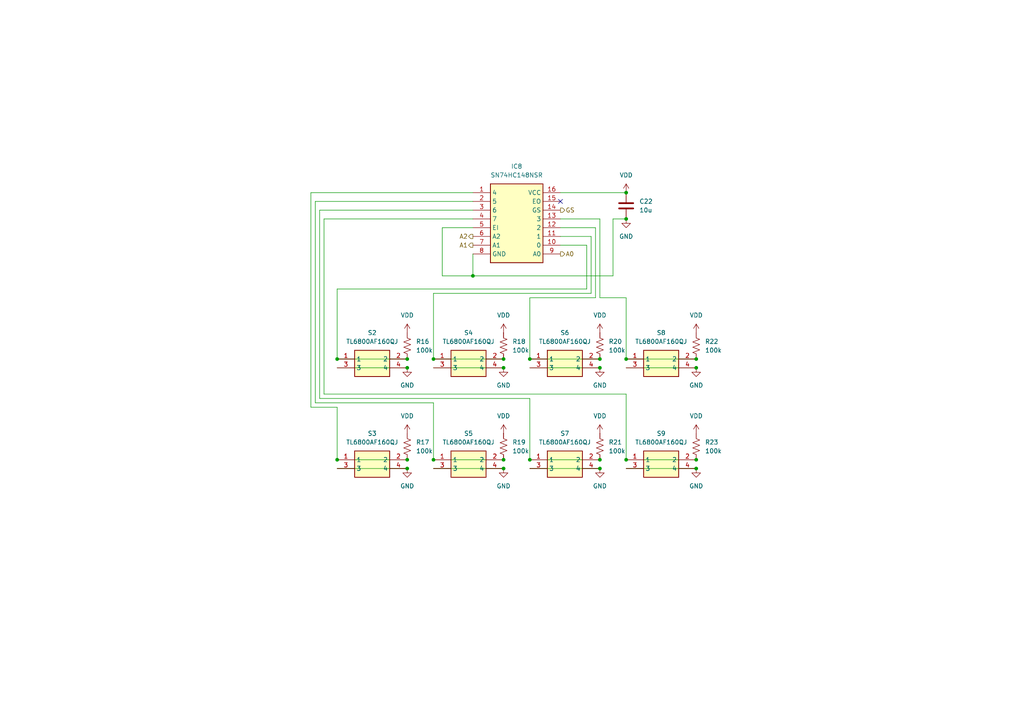
<source format=kicad_sch>
(kicad_sch (version 20250114) (generator "eeschema") (generator_version "9.0")
  (paper "A4")
  (lib_symbols
    (symbol "Device:C" (pin_numbers (hide yes)) (pin_names (offset 0.254))
      (property "Reference" "C" (at 0.635 2.54 0))
      (property "Value" "C" (at 0.635 -2.54 0))
      (symbol "C_0_1"
        (polyline (pts (xy -2.032 0.762) (xy 2.032 0.762)) (stroke (width 0.508)))
        (polyline (pts (xy -2.032 -0.762) (xy 2.032 -0.762)) (stroke (width 0.508)))
      )
      (symbol "C_1_1"
        (pin passive line (at 0 3.81 270) (length 2.794) (name "~") (number "1"))
        (pin passive line (at 0 -3.81 90) (length 2.794) (name "~") (number "2"))
      )
    )
    (symbol "Device:R_US" (pin_numbers (hide yes)) (pin_names (offset 0))
      (property "Reference" "R" (at 2.54 0 90))
      (property "Value" "R_US" (at -2.54 0 90))
      (symbol "R_US_0_1"
        (polyline (pts (xy 0 2.286) (xy 0 2.54)))
        (polyline (pts (xy 0 2.286) (xy 1.016 1.905) (xy 0 1.524) (xy -1.016 1.143) (xy 0 0.762)))
        (polyline (pts (xy 0 0.762) (xy 1.016 0.381) (xy 0 0) (xy -1.016 -0.381) (xy 0 -0.762)))
        (polyline (pts (xy 0 -0.762) (xy 1.016 -1.143) (xy 0 -1.524) (xy -1.016 -1.905) (xy 0 -2.286)))
        (polyline (pts (xy 0 -2.286) (xy 0 -2.54)))
      )
      (symbol "R_US_1_1"
        (pin passive line (at 0 3.81 270) (length 1.27) (name "~") (number "1"))
        (pin passive line (at 0 -3.81 90) (length 1.27) (name "~") (number "2"))
      )
    )
    (symbol "SN74HC148NSR:SN74HC148NSR"
      (property "Reference" "IC" (at 21.59 7.62 0))
      (property "Value" "SN74HC148NSR" (at 21.59 5.08 0))
      (symbol "SN74HC148NSR_1_1"
        (rectangle (start 5.08 2.54) (end 20.32 -20.32) (stroke (width 0.254)) (fill (type background)))
        (pin passive line (at 0 0 0) (length 5.08) (name "4") (number "1"))
        (pin passive line (at 0 -2.54 0) (length 5.08) (name "5") (number "2"))
        (pin passive line (at 0 -5.08 0) (length 5.08) (name "6") (number "3"))
        (pin passive line (at 0 -7.62 0) (length 5.08) (name "7") (number "4"))
        (pin passive line (at 0 -10.16 0) (length 5.08) (name "EI") (number "5"))
        (pin passive line (at 0 -12.7 0) (length 5.08) (name "A2") (number "6"))
        (pin passive line (at 0 -15.24 0) (length 5.08) (name "A1") (number "7"))
        (pin passive line (at 0 -17.78 0) (length 5.08) (name "GND") (number "8"))
        (pin passive line (at 25.4 0 180) (length 5.08) (name "VCC") (number "16"))
        (pin passive line (at 25.4 -2.54 180) (length 5.08) (name "EO") (number "15"))
        (pin passive line (at 25.4 -5.08 180) (length 5.08) (name "GS") (number "14"))
        (pin passive line (at 25.4 -7.62 180) (length 5.08) (name "3") (number "13"))
        (pin passive line (at 25.4 -10.16 180) (length 5.08) (name "2") (number "12"))
        (pin passive line (at 25.4 -12.7 180) (length 5.08) (name "1") (number "11"))
        (pin passive line (at 25.4 -15.24 180) (length 5.08) (name "0") (number "10"))
        (pin passive line (at 25.4 -17.78 180) (length 5.08) (name "A0") (number "9"))
      )
    )
    (symbol "TL6800AF160QJ:TL6800AF160QJ"
      (property "Reference" "S" (at 16.51 7.62 0))
      (property "Value" "TL6800AF160QJ" (at 16.51 5.08 0))
      (symbol "TL6800AF160QJ_1_1"
        (rectangle (start 5.08 2.54) (end 15.24 -5.08) (stroke (width 0.254)) (fill (type background)))
        (pin passive line (at 0 0 0) (length 5.08) (name "1") (number "1"))
        (pin passive line (at 0 -2.54 0) (length 5.08) (name "3") (number "3"))
        (pin passive line (at 20.32 0 180) (length 5.08) (name "2") (number "2"))
        (pin passive line (at 20.32 -2.54 180) (length 5.08) (name "4") (number "4"))
      )
    )
    (symbol "power:GND" (power) (pin_numbers (hide yes)) (pin_names (offset 0) (hide yes))
      (property "Value" "GND" (at 0 -3.81 0))
      (symbol "GND_0_1"
        (polyline (pts (xy 0 0) (xy 0 -1.27) (xy 1.27 -1.27) (xy 0 -2.54) (xy -1.27 -1.27) (xy 0 -1.27)))
      )
      (symbol "GND_1_1"
        (pin power_in line (at 0 0 270) (length 0) (name "~") (number "1"))
      )
    )
    (symbol "power:VDD" (power) (pin_numbers (hide yes)) (pin_names (offset 0) (hide yes))
      (property "Value" "VDD" (at 0 3.556 0))
      (symbol "VDD_0_1"
        (polyline (pts (xy -0.762 1.27) (xy 0 2.54)))
        (polyline (pts (xy 0 2.54) (xy 0.762 1.27)))
        (polyline (pts (xy 0 0) (xy 0 2.54)))
      )
      (symbol "VDD_1_1"
        (pin power_in line (at 0 0 90) (length 0) (name "~") (number "1"))
      )
    )
  )
  (junction (at 97.79 133.35))
  (junction (at 181.61 104.14))
  (junction (at 173.99 133.35))
  (junction (at 201.93 104.14))
  (junction (at 201.93 106.68))
  (junction (at 146.05 133.35))
  (junction (at 137.16 80.01))
  (junction (at 125.73 133.35))
  (junction (at 146.05 104.14))
  (junction (at 118.11 106.68))
  (junction (at 146.05 106.68))
  (junction (at 201.93 135.89))
  (junction (at 201.93 133.35))
  (junction (at 153.67 133.35))
  (junction (at 153.67 104.14))
  (junction (at 173.99 135.89))
  (junction (at 173.99 106.68))
  (junction (at 97.79 104.14))
  (junction (at 181.61 55.88))
  (junction (at 173.99 104.14))
  (junction (at 118.11 104.14))
  (junction (at 125.73 104.14))
  (junction (at 118.11 133.35))
  (junction (at 181.61 63.5))
  (junction (at 146.05 135.89))
  (junction (at 118.11 135.89))
  (junction (at 181.61 133.35))
  (no_connect (at 162.56 58.42))
  (wire (pts (xy 125.73 135.89) (xy 146.05 135.89)))
  (wire (pts (xy 153.67 133.35) (xy 173.99 133.35)))
  (wire (pts (xy 153.67 86.36) (xy 172.72 86.36)))
  (wire (pts (xy 125.73 104.14) (xy 146.05 104.14)))
  (wire (pts (xy 90.17 118.11) (xy 90.17 55.88)))
  (wire (pts (xy 97.79 135.89) (xy 118.11 135.89)))
  (wire (pts (xy 91.44 58.42) (xy 137.16 58.42)))
  (wire (pts (xy 97.79 104.14) (xy 118.11 104.14)))
  (wire (pts (xy 125.73 106.68) (xy 146.05 106.68)))
  (wire (pts (xy 137.16 80.01) (xy 177.8 80.01)))
  (wire (pts (xy 177.8 80.01) (xy 177.8 63.5)))
  (wire (pts (xy 173.99 63.5) (xy 162.56 63.5)))
  (wire (pts (xy 97.79 83.82) (xy 170.18 83.82)))
  (wire (pts (xy 97.79 106.68) (xy 118.11 106.68)))
  (wire (pts (xy 153.67 115.57) (xy 92.71 115.57)))
  (wire (pts (xy 125.73 85.09) (xy 171.45 85.09)))
  (wire (pts (xy 171.45 68.58) (xy 162.56 68.58)))
  (wire (pts (xy 162.56 55.88) (xy 181.61 55.88)))
  (wire (pts (xy 181.61 135.89) (xy 201.93 135.89)))
  (wire (pts (xy 90.17 55.88) (xy 137.16 55.88)))
  (wire (pts (xy 181.61 86.36) (xy 173.99 86.36)))
  (wire (pts (xy 125.73 133.35) (xy 125.73 116.84)))
  (wire (pts (xy 137.16 73.66) (xy 137.16 80.01)))
  (wire (pts (xy 181.61 133.35) (xy 181.61 114.3)))
  (wire (pts (xy 92.71 60.96) (xy 137.16 60.96)))
  (wire (pts (xy 181.61 133.35) (xy 201.93 133.35)))
  (wire (pts (xy 153.67 133.35) (xy 153.67 115.57)))
  (wire (pts (xy 128.27 66.04) (xy 128.27 80.01)))
  (wire (pts (xy 125.73 116.84) (xy 91.44 116.84)))
  (wire (pts (xy 153.67 104.14) (xy 173.99 104.14)))
  (wire (pts (xy 181.61 104.14) (xy 181.61 86.36)))
  (wire (pts (xy 125.73 133.35) (xy 146.05 133.35)))
  (wire (pts (xy 181.61 104.14) (xy 201.93 104.14)))
  (wire (pts (xy 171.45 85.09) (xy 171.45 68.58)))
  (wire (pts (xy 97.79 133.35) (xy 97.79 118.11)))
  (wire (pts (xy 97.79 104.14) (xy 97.79 83.82)))
  (wire (pts (xy 153.67 106.68) (xy 173.99 106.68)))
  (wire (pts (xy 181.61 114.3) (xy 93.98 114.3)))
  (wire (pts (xy 172.72 66.04) (xy 162.56 66.04)))
  (wire (pts (xy 128.27 80.01) (xy 137.16 80.01)))
  (wire (pts (xy 92.71 115.57) (xy 92.71 60.96)))
  (wire (pts (xy 93.98 63.5) (xy 137.16 63.5)))
  (wire (pts (xy 93.98 114.3) (xy 93.98 63.5)))
  (wire (pts (xy 153.67 104.14) (xy 153.67 86.36)))
  (wire (pts (xy 137.16 66.04) (xy 128.27 66.04)))
  (wire (pts (xy 170.18 83.82) (xy 170.18 71.12)))
  (wire (pts (xy 172.72 86.36) (xy 172.72 66.04)))
  (wire (pts (xy 153.67 135.89) (xy 173.99 135.89)))
  (wire (pts (xy 170.18 71.12) (xy 162.56 71.12)))
  (wire (pts (xy 91.44 116.84) (xy 91.44 58.42)))
  (wire (pts (xy 97.79 118.11) (xy 90.17 118.11)))
  (wire (pts (xy 177.8 63.5) (xy 181.61 63.5)))
  (wire (pts (xy 97.79 133.35) (xy 118.11 133.35)))
  (wire (pts (xy 181.61 106.68) (xy 201.93 106.68)))
  (wire (pts (xy 125.73 104.14) (xy 125.73 85.09)))
  (wire (pts (xy 173.99 86.36) (xy 173.99 63.5)))
  (hierarchical_label "A2" (shape output) (at 137.16 68.58 180))
  (hierarchical_label "A1" (shape output) (at 137.16 71.12 180))
  (hierarchical_label "GS" (shape output) (at 162.56 60.96 0))
  (hierarchical_label "A0" (shape output) (at 162.56 73.66 0))
  (symbol (lib_id "Device:R_US") (at 118.11 129.54 0) (unit 1)
    (property "Reference" "R17" (at 120.65 128.2699 0) (effects (justify left)))
    (property "Value" "100k" (at 120.65 130.8099 0) (effects (justify left)))
    (property "Footprint" "Resistor_SMD:R_0402_1005Metric" (effects (hide yes)))
    (property "Description" "Resistor, US symbol" (effects (hide yes)))
    (property "JLCPCB" "C25741" (effects (hide yes)))
    (instances (project "mt" (path "" (reference "R17") (unit 1)) (path "" (reference "R25") (unit 1)) (path "" (reference "R41") (unit 1)) (path "" (reference "R33") (unit 1))))
  )
  (symbol (lib_id "Device:R_US") (at 201.93 100.33 0) (unit 1)
    (property "Reference" "R22" (at 204.47 99.0599 0) (effects (justify left)))
    (property "Value" "100k" (at 204.47 101.5999 0) (effects (justify left)))
    (property "Footprint" "Resistor_SMD:R_0402_1005Metric" (effects (hide yes)))
    (property "Description" "Resistor, US symbol" (effects (hide yes)))
    (property "JLCPCB" "C25741" (effects (hide yes)))
    (instances (project "mt" (path "" (reference "R22") (unit 1)) (path "" (reference "R30") (unit 1)) (path "" (reference "R46") (unit 1)) (path "" (reference "R38") (unit 1))))
  )
  (symbol (lib_id "TL6800AF160QJ:TL6800AF160QJ") (at 125.73 104.14 0) (unit 1)
    (property "Reference" "S4" (at 135.89 96.52 0))
    (property "Value" "TL6800AF160QJ" (at 135.89 99.06 0))
    (property "Footprint" "TL6800AF160QJ:TL6800AF160QJ" (effects (hide yes)))
    (property "Datasheet" "https://configured-product-images.s3.amazonaws.com/2D/specs/TL6800AF160QJ.pdf" (effects (hide yes)))
    (property "Description" "TACT, 50mA, 12VDC SPST-NO, Off-(On) Surface Mount" (effects (hide yes)))
    (property "Height" "3.3" (effects (hide yes)))
    (property "Mouser Part Number" "612-TL6800AF160QG" (effects (hide yes)))
    (property "Mouser Price/Stock" "https://www.mouser.co.uk/ProductDetail/E-Switch/TL6800AF160QJ?qs=By6Nw2ByBD2d6ktIHFrSbQ%3D%3D" (effects (hide yes)))
    (property "Manufacturer_Name" "E-Switch" (effects (hide yes)))
    (property "Manufacturer_Part_Number" "TL6800AF160QJ" (effects (hide yes)))
    (instances (project "mt" (path "" (reference "S4") (unit 1)) (path "" (reference "S12") (unit 1)) (path "" (reference "S28") (unit 1)) (path "" (reference "S20") (unit 1))))
  )
  (symbol (lib_id "TL6800AF160QJ:TL6800AF160QJ") (at 181.61 133.35 0) (unit 1)
    (property "Reference" "S9" (at 191.77 125.73 0))
    (property "Value" "TL6800AF160QJ" (at 191.77 128.27 0))
    (property "Footprint" "TL6800AF160QJ:TL6800AF160QJ" (effects (hide yes)))
    (property "Datasheet" "https://configured-product-images.s3.amazonaws.com/2D/specs/TL6800AF160QJ.pdf" (effects (hide yes)))
    (property "Description" "TACT, 50mA, 12VDC SPST-NO, Off-(On) Surface Mount" (effects (hide yes)))
    (property "Height" "3.3" (effects (hide yes)))
    (property "Mouser Part Number" "612-TL6800AF160QG" (effects (hide yes)))
    (property "Mouser Price/Stock" "https://www.mouser.co.uk/ProductDetail/E-Switch/TL6800AF160QJ?qs=By6Nw2ByBD2d6ktIHFrSbQ%3D%3D" (effects (hide yes)))
    (property "Manufacturer_Name" "E-Switch" (effects (hide yes)))
    (property "Manufacturer_Part_Number" "TL6800AF160QJ" (effects (hide yes)))
    (instances (project "mt" (path "" (reference "S9") (unit 1)) (path "" (reference "S17") (unit 1)) (path "" (reference "S33") (unit 1)) (path "" (reference "S25") (unit 1))))
  )
  (symbol (lib_id "SN74HC148NSR:SN74HC148NSR") (at 137.16 55.88 0) (unit 1)
    (property "Reference" "IC8" (at 149.86 48.26 0))
    (property "Value" "SN74HC148NSR" (at 149.86 50.8 0))
    (property "Footprint" "SN74HC148NSR:SOIC127P780X200-16N" (effects (hide yes)))
    (property "Datasheet" "http://www.ti.com/lit/gpn/sn74hc148" (effects (hide yes)))
    (property "Description" "8-Line To 3-Line Priority Encoders" (effects (hide yes)))
    (property "Height" "2" (effects (hide yes)))
    (property "Mouser Part Number" "595-SN74HC148NSR" (effects (hide yes)))
    (property "Mouser Price/Stock" "https://www.mouser.co.uk/ProductDetail/Texas-Instruments/SN74HC148NSR?qs=AgY10sKTvDL5Wh5wayt9BA%3D%3D" (effects (hide yes)))
    (property "Manufacturer_Name" "Texas Instruments" (effects (hide yes)))
    (property "Manufacturer_Part_Number" "SN74HC148NSR" (effects (hide yes)))
    (property "JLCPCB" "C2653280" (effects (hide yes)))
    (instances (project "mt" (path "" (reference "IC8") (unit 1)) (path "" (reference "IC9") (unit 1)) (path "" (reference "IC11") (unit 1)) (path "" (reference "IC10") (unit 1))))
  )
  (symbol (lib_id "Device:R_US") (at 201.93 129.54 0) (unit 1)
    (property "Reference" "R23" (at 204.47 128.2699 0) (effects (justify left)))
    (property "Value" "100k" (at 204.47 130.8099 0) (effects (justify left)))
    (property "Footprint" "Resistor_SMD:R_0402_1005Metric" (effects (hide yes)))
    (property "Description" "Resistor, US symbol" (effects (hide yes)))
    (property "JLCPCB" "C25741" (effects (hide yes)))
    (instances (project "mt" (path "" (reference "R23") (unit 1)) (path "" (reference "R31") (unit 1)) (path "" (reference "R47") (unit 1)) (path "" (reference "R39") (unit 1))))
  )
  (symbol (lib_id "TL6800AF160QJ:TL6800AF160QJ") (at 153.67 104.14 0) (unit 1)
    (property "Reference" "S6" (at 163.83 96.52 0))
    (property "Value" "TL6800AF160QJ" (at 163.83 99.06 0))
    (property "Footprint" "TL6800AF160QJ:TL6800AF160QJ" (effects (hide yes)))
    (property "Datasheet" "https://configured-product-images.s3.amazonaws.com/2D/specs/TL6800AF160QJ.pdf" (effects (hide yes)))
    (property "Description" "TACT, 50mA, 12VDC SPST-NO, Off-(On) Surface Mount" (effects (hide yes)))
    (property "Height" "3.3" (effects (hide yes)))
    (property "Mouser Part Number" "612-TL6800AF160QG" (effects (hide yes)))
    (property "Mouser Price/Stock" "https://www.mouser.co.uk/ProductDetail/E-Switch/TL6800AF160QJ?qs=By6Nw2ByBD2d6ktIHFrSbQ%3D%3D" (effects (hide yes)))
    (property "Manufacturer_Name" "E-Switch" (effects (hide yes)))
    (property "Manufacturer_Part_Number" "TL6800AF160QJ" (effects (hide yes)))
    (instances (project "mt" (path "" (reference "S6") (unit 1)) (path "" (reference "S14") (unit 1)) (path "" (reference "S30") (unit 1)) (path "" (reference "S22") (unit 1))))
  )
  (symbol (lib_id "power:VDD") (at 146.05 125.73 0) (unit 1)
    (property "Reference" "#PWR015" (effects (hide yes)))
    (property "Value" "VDD" (at 146.05 120.65 0))
    (property "Description" "Power symbol creates a global label with name \"VDD\"" (effects (hide yes)))
    (instances (project "mt" (path "" (reference "#PWR015") (unit 1)) (path "" (reference "#PWR047") (unit 1)) (path "" (reference "#PWR061") (unit 1)) (path "" (reference "#PWR054") (unit 1))))
  )
  (symbol (lib_id "power:VDD") (at 173.99 96.52 0) (unit 1)
    (property "Reference" "#PWR0119" (effects (hide yes)))
    (property "Value" "VDD" (at 173.99 91.44 0))
    (property "Description" "Power symbol creates a global label with name \"VDD\"" (effects (hide yes)))
    (instances (project "mt" (path "" (reference "#PWR0119") (unit 1)) (path "" (reference "#PWR0136") (unit 1)) (path "" (reference "#PWR0158") (unit 1)) (path "" (reference "#PWR0147") (unit 1))))
  )
  (symbol (lib_id "TL6800AF160QJ:TL6800AF160QJ") (at 97.79 133.35 0) (unit 1)
    (property "Reference" "S3" (at 107.95 125.73 0))
    (property "Value" "TL6800AF160QJ" (at 107.95 128.27 0))
    (property "Footprint" "TL6800AF160QJ:TL6800AF160QJ" (effects (hide yes)))
    (property "Datasheet" "https://configured-product-images.s3.amazonaws.com/2D/specs/TL6800AF160QJ.pdf" (effects (hide yes)))
    (property "Description" "TACT, 50mA, 12VDC SPST-NO, Off-(On) Surface Mount" (effects (hide yes)))
    (property "Height" "3.3" (effects (hide yes)))
    (property "Mouser Part Number" "612-TL6800AF160QG" (effects (hide yes)))
    (property "Mouser Price/Stock" "https://www.mouser.co.uk/ProductDetail/E-Switch/TL6800AF160QJ?qs=By6Nw2ByBD2d6ktIHFrSbQ%3D%3D" (effects (hide yes)))
    (property "Manufacturer_Name" "E-Switch" (effects (hide yes)))
    (property "Manufacturer_Part_Number" "TL6800AF160QJ" (effects (hide yes)))
    (instances (project "mt" (path "" (reference "S3") (unit 1)) (path "" (reference "S11") (unit 1)) (path "" (reference "S27") (unit 1)) (path "" (reference "S19") (unit 1))))
  )
  (symbol (lib_id "power:GND") (at 146.05 135.89 0) (unit 1)
    (property "Reference" "#PWR0118" (effects (hide yes)))
    (property "Value" "GND" (at 146.05 140.97 0))
    (property "Description" "Power symbol creates a global label with name \"GND\" , ground" (effects (hide yes)))
    (instances (project "mt" (path "" (reference "#PWR0118") (unit 1)) (path "" (reference "#PWR0135") (unit 1)) (path "" (reference "#PWR0157") (unit 1)) (path "" (reference "#PWR0146") (unit 1))))
  )
  (symbol (lib_id "TL6800AF160QJ:TL6800AF160QJ") (at 181.61 104.14 0) (unit 1)
    (property "Reference" "S8" (at 191.77 96.52 0))
    (property "Value" "TL6800AF160QJ" (at 191.77 99.06 0))
    (property "Footprint" "TL6800AF160QJ:TL6800AF160QJ" (effects (hide yes)))
    (property "Datasheet" "https://configured-product-images.s3.amazonaws.com/2D/specs/TL6800AF160QJ.pdf" (effects (hide yes)))
    (property "Description" "TACT, 50mA, 12VDC SPST-NO, Off-(On) Surface Mount" (effects (hide yes)))
    (property "Height" "3.3" (effects (hide yes)))
    (property "Mouser Part Number" "612-TL6800AF160QG" (effects (hide yes)))
    (property "Mouser Price/Stock" "https://www.mouser.co.uk/ProductDetail/E-Switch/TL6800AF160QJ?qs=By6Nw2ByBD2d6ktIHFrSbQ%3D%3D" (effects (hide yes)))
    (property "Manufacturer_Name" "E-Switch" (effects (hide yes)))
    (property "Manufacturer_Part_Number" "TL6800AF160QJ" (effects (hide yes)))
    (instances (project "mt" (path "" (reference "S8") (unit 1)) (path "" (reference "S16") (unit 1)) (path "" (reference "S32") (unit 1)) (path "" (reference "S24") (unit 1))))
  )
  (symbol (lib_id "Device:R_US") (at 146.05 129.54 0) (unit 1)
    (property "Reference" "R19" (at 148.59 128.2699 0) (effects (justify left)))
    (property "Value" "100k" (at 148.59 130.8099 0) (effects (justify left)))
    (property "Footprint" "Resistor_SMD:R_0402_1005Metric" (effects (hide yes)))
    (property "Description" "Resistor, US symbol" (effects (hide yes)))
    (property "JLCPCB" "C25741" (effects (hide yes)))
    (instances (project "mt" (path "" (reference "R19") (unit 1)) (path "" (reference "R27") (unit 1)) (path "" (reference "R43") (unit 1)) (path "" (reference "R35") (unit 1))))
  )
  (symbol (lib_id "power:VDD") (at 201.93 125.73 0) (unit 1)
    (property "Reference" "#PWR0133" (effects (hide yes)))
    (property "Value" "VDD" (at 201.93 120.65 0))
    (property "Description" "Power symbol creates a global label with name \"VDD\"" (effects (hide yes)))
    (instances (project "mt" (path "" (reference "#PWR0133") (unit 1)) (path "" (reference "#PWR0144") (unit 1)) (path "" (reference "#PWR0166") (unit 1)) (path "" (reference "#PWR0155") (unit 1))))
  )
  (symbol (lib_id "power:GND") (at 118.11 106.68 0) (unit 1)
    (property "Reference" "#PWR04" (effects (hide yes)))
    (property "Value" "GND" (at 118.11 111.76 0))
    (property "Description" "Power symbol creates a global label with name \"GND\" , ground" (effects (hide yes)))
    (instances (project "mt" (path "" (reference "#PWR04") (unit 1)) (path "" (reference "#PWR031") (unit 1)) (path "" (reference "#PWR056") (unit 1)) (path "" (reference "#PWR049") (unit 1))))
  )
  (symbol (lib_id "Device:C") (at 181.61 59.69 0) (unit 1)
    (property "Reference" "C22" (at 185.42 58.4199 0) (effects (justify left)))
    (property "Value" "10u" (at 185.42 60.9599 0) (effects (justify left)))
    (property "Footprint" "Capacitor_SMD:C_0402_1005Metric" (effects (hide yes)))
    (property "Description" "X5R for decoupling" (effects (hide yes)))
    (property "JLCPCB" "C15525" (effects (hide yes)))
    (instances (project "mt" (path "" (reference "C22") (unit 1)) (path "" (reference "C23") (unit 1)) (path "" (reference "C25") (unit 1)) (path "" (reference "C24") (unit 1))))
  )
  (symbol (lib_id "TL6800AF160QJ:TL6800AF160QJ") (at 125.73 133.35 0) (unit 1)
    (property "Reference" "S5" (at 135.89 125.73 0))
    (property "Value" "TL6800AF160QJ" (at 135.89 128.27 0))
    (property "Footprint" "TL6800AF160QJ:TL6800AF160QJ" (effects (hide yes)))
    (property "Datasheet" "https://configured-product-images.s3.amazonaws.com/2D/specs/TL6800AF160QJ.pdf" (effects (hide yes)))
    (property "Description" "TACT, 50mA, 12VDC SPST-NO, Off-(On) Surface Mount" (effects (hide yes)))
    (property "Height" "3.3" (effects (hide yes)))
    (property "Mouser Part Number" "612-TL6800AF160QG" (effects (hide yes)))
    (property "Mouser Price/Stock" "https://www.mouser.co.uk/ProductDetail/E-Switch/TL6800AF160QJ?qs=By6Nw2ByBD2d6ktIHFrSbQ%3D%3D" (effects (hide yes)))
    (property "Manufacturer_Name" "E-Switch" (effects (hide yes)))
    (property "Manufacturer_Part_Number" "TL6800AF160QJ" (effects (hide yes)))
    (instances (project "mt" (path "" (reference "S5") (unit 1)) (path "" (reference "S13") (unit 1)) (path "" (reference "S29") (unit 1)) (path "" (reference "S21") (unit 1))))
  )
  (symbol (lib_id "power:VDD") (at 181.61 55.88 0) (unit 1)
    (property "Reference" "#PWR0129" (effects (hide yes)))
    (property "Value" "VDD" (at 181.61 50.8 0))
    (property "Description" "Power symbol creates a global label with name \"VDD\"" (effects (hide yes)))
    (instances (project "mt" (path "" (reference "#PWR0129") (unit 1)) (path "" (reference "#PWR0140") (unit 1)) (path "" (reference "#PWR0162") (unit 1)) (path "" (reference "#PWR0151") (unit 1))))
  )
  (symbol (lib_id "power:GND") (at 201.93 135.89 0) (unit 1)
    (property "Reference" "#PWR0134" (effects (hide yes)))
    (property "Value" "GND" (at 201.93 140.97 0))
    (property "Description" "Power symbol creates a global label with name \"GND\" , ground" (effects (hide yes)))
    (instances (project "mt" (path "" (reference "#PWR0134") (unit 1)) (path "" (reference "#PWR0145") (unit 1)) (path "" (reference "#PWR0167") (unit 1)) (path "" (reference "#PWR0156") (unit 1))))
  )
  (symbol (lib_id "power:GND") (at 146.05 106.68 0) (unit 1)
    (property "Reference" "#PWR012" (effects (hide yes)))
    (property "Value" "GND" (at 146.05 111.76 0))
    (property "Description" "Power symbol creates a global label with name \"GND\" , ground" (effects (hide yes)))
    (instances (project "mt" (path "" (reference "#PWR012") (unit 1)) (path "" (reference "#PWR046") (unit 1)) (path "" (reference "#PWR060") (unit 1)) (path "" (reference "#PWR053") (unit 1))))
  )
  (symbol (lib_id "power:GND") (at 173.99 135.89 0) (unit 1)
    (property "Reference" "#PWR0128" (effects (hide yes)))
    (property "Value" "GND" (at 173.99 140.97 0))
    (property "Description" "Power symbol creates a global label with name \"GND\" , ground" (effects (hide yes)))
    (instances (project "mt" (path "" (reference "#PWR0128") (unit 1)) (path "" (reference "#PWR0139") (unit 1)) (path "" (reference "#PWR0161") (unit 1)) (path "" (reference "#PWR0150") (unit 1))))
  )
  (symbol (lib_id "power:VDD") (at 118.11 125.73 0) (unit 1)
    (property "Reference" "#PWR05" (effects (hide yes)))
    (property "Value" "VDD" (at 118.11 120.65 0))
    (property "Description" "Power symbol creates a global label with name \"VDD\"" (effects (hide yes)))
    (instances (project "mt" (path "" (reference "#PWR05") (unit 1)) (path "" (reference "#PWR043") (unit 1)) (path "" (reference "#PWR057") (unit 1)) (path "" (reference "#PWR050") (unit 1))))
  )
  (symbol (lib_id "power:GND") (at 173.99 106.68 0) (unit 1)
    (property "Reference" "#PWR0120" (effects (hide yes)))
    (property "Value" "GND" (at 173.99 111.76 0))
    (property "Description" "Power symbol creates a global label with name \"GND\" , ground" (effects (hide yes)))
    (instances (project "mt" (path "" (reference "#PWR0120") (unit 1)) (path "" (reference "#PWR0137") (unit 1)) (path "" (reference "#PWR0159") (unit 1)) (path "" (reference "#PWR0148") (unit 1))))
  )
  (symbol (lib_id "power:VDD") (at 146.05 96.52 0) (unit 1)
    (property "Reference" "#PWR011" (effects (hide yes)))
    (property "Value" "VDD" (at 146.05 91.44 0))
    (property "Description" "Power symbol creates a global label with name \"VDD\"" (effects (hide yes)))
    (instances (project "mt" (path "" (reference "#PWR011") (unit 1)) (path "" (reference "#PWR045") (unit 1)) (path "" (reference "#PWR059") (unit 1)) (path "" (reference "#PWR052") (unit 1))))
  )
  (symbol (lib_id "power:GND") (at 201.93 106.68 0) (unit 1)
    (property "Reference" "#PWR0132" (effects (hide yes)))
    (property "Value" "GND" (at 201.93 111.76 0))
    (property "Description" "Power symbol creates a global label with name \"GND\" , ground" (effects (hide yes)))
    (instances (project "mt" (path "" (reference "#PWR0132") (unit 1)) (path "" (reference "#PWR0143") (unit 1)) (path "" (reference "#PWR0165") (unit 1)) (path "" (reference "#PWR0154") (unit 1))))
  )
  (symbol (lib_id "TL6800AF160QJ:TL6800AF160QJ") (at 153.67 133.35 0) (unit 1)
    (property "Reference" "S7" (at 163.83 125.73 0))
    (property "Value" "TL6800AF160QJ" (at 163.83 128.27 0))
    (property "Footprint" "TL6800AF160QJ:TL6800AF160QJ" (effects (hide yes)))
    (property "Datasheet" "https://configured-product-images.s3.amazonaws.com/2D/specs/TL6800AF160QJ.pdf" (effects (hide yes)))
    (property "Description" "TACT, 50mA, 12VDC SPST-NO, Off-(On) Surface Mount" (effects (hide yes)))
    (property "Height" "3.3" (effects (hide yes)))
    (property "Mouser Part Number" "612-TL6800AF160QG" (effects (hide yes)))
    (property "Mouser Price/Stock" "https://www.mouser.co.uk/ProductDetail/E-Switch/TL6800AF160QJ?qs=By6Nw2ByBD2d6ktIHFrSbQ%3D%3D" (effects (hide yes)))
    (property "Manufacturer_Name" "E-Switch" (effects (hide yes)))
    (property "Manufacturer_Part_Number" "TL6800AF160QJ" (effects (hide yes)))
    (instances (project "mt" (path "" (reference "S7") (unit 1)) (path "" (reference "S15") (unit 1)) (path "" (reference "S31") (unit 1)) (path "" (reference "S23") (unit 1))))
  )
  (symbol (lib_id "power:VDD") (at 118.11 96.52 0) (unit 1)
    (property "Reference" "#PWR03" (effects (hide yes)))
    (property "Value" "VDD" (at 118.11 91.44 0))
    (property "Description" "Power symbol creates a global label with name \"VDD\"" (effects (hide yes)))
    (instances (project "mt" (path "" (reference "#PWR03") (unit 1)) (path "" (reference "#PWR030") (unit 1)) (path "" (reference "#PWR055") (unit 1)) (path "" (reference "#PWR048") (unit 1))))
  )
  (symbol (lib_id "power:VDD") (at 173.99 125.73 0) (unit 1)
    (property "Reference" "#PWR0127" (effects (hide yes)))
    (property "Value" "VDD" (at 173.99 120.65 0))
    (property "Description" "Power symbol creates a global label with name \"VDD\"" (effects (hide yes)))
    (instances (project "mt" (path "" (reference "#PWR0127") (unit 1)) (path "" (reference "#PWR0138") (unit 1)) (path "" (reference "#PWR0160") (unit 1)) (path "" (reference "#PWR0149") (unit 1))))
  )
  (symbol (lib_id "power:GND") (at 181.61 63.5 0) (unit 1)
    (property "Reference" "#PWR0130" (effects (hide yes)))
    (property "Value" "GND" (at 181.61 68.58 0))
    (property "Description" "Power symbol creates a global label with name \"GND\" , ground" (effects (hide yes)))
    (instances (project "mt" (path "" (reference "#PWR0130") (unit 1)) (path "" (reference "#PWR0141") (unit 1)) (path "" (reference "#PWR0163") (unit 1)) (path "" (reference "#PWR0152") (unit 1))))
  )
  (symbol (lib_id "power:VDD") (at 201.93 96.52 0) (unit 1)
    (property "Reference" "#PWR0131" (effects (hide yes)))
    (property "Value" "VDD" (at 201.93 91.44 0))
    (property "Description" "Power symbol creates a global label with name \"VDD\"" (effects (hide yes)))
    (instances (project "mt" (path "" (reference "#PWR0131") (unit 1)) (path "" (reference "#PWR0142") (unit 1)) (path "" (reference "#PWR0164") (unit 1)) (path "" (reference "#PWR0153") (unit 1))))
  )
  (symbol (lib_id "Device:R_US") (at 173.99 100.33 0) (unit 1)
    (property "Reference" "R20" (at 176.53 99.0599 0) (effects (justify left)))
    (property "Value" "100k" (at 176.53 101.5999 0) (effects (justify left)))
    (property "Footprint" "Resistor_SMD:R_0402_1005Metric" (effects (hide yes)))
    (property "Description" "Resistor, US symbol" (effects (hide yes)))
    (property "JLCPCB" "C25741" (effects (hide yes)))
    (instances (project "mt" (path "" (reference "R20") (unit 1)) (path "" (reference "R28") (unit 1)) (path "" (reference "R44") (unit 1)) (path "" (reference "R36") (unit 1))))
  )
  (symbol (lib_id "Device:R_US") (at 173.99 129.54 0) (unit 1)
    (property "Reference" "R21" (at 176.53 128.2699 0) (effects (justify left)))
    (property "Value" "100k" (at 176.53 130.8099 0) (effects (justify left)))
    (property "Footprint" "Resistor_SMD:R_0402_1005Metric" (effects (hide yes)))
    (property "Description" "Resistor, US symbol" (effects (hide yes)))
    (property "JLCPCB" "C25741" (effects (hide yes)))
    (instances (project "mt" (path "" (reference "R21") (unit 1)) (path "" (reference "R29") (unit 1)) (path "" (reference "R45") (unit 1)) (path "" (reference "R37") (unit 1))))
  )
  (symbol (lib_id "Device:R_US") (at 118.11 100.33 0) (unit 1)
    (property "Reference" "R16" (at 120.65 99.0599 0) (effects (justify left)))
    (property "Value" "100k" (at 120.65 101.5999 0) (effects (justify left)))
    (property "Footprint" "Resistor_SMD:R_0402_1005Metric" (effects (hide yes)))
    (property "Description" "Resistor, US symbol" (effects (hide yes)))
    (property "JLCPCB" "C25741" (effects (hide yes)))
    (instances (project "mt" (path "" (reference "R16") (unit 1)) (path "" (reference "R24") (unit 1)) (path "" (reference "R40") (unit 1)) (path "" (reference "R32") (unit 1))))
  )
  (symbol (lib_id "power:GND") (at 118.11 135.89 0) (unit 1)
    (property "Reference" "#PWR010" (effects (hide yes)))
    (property "Value" "GND" (at 118.11 140.97 0))
    (property "Description" "Power symbol creates a global label with name \"GND\" , ground" (effects (hide yes)))
    (instances (project "mt" (path "" (reference "#PWR010") (unit 1)) (path "" (reference "#PWR044") (unit 1)) (path "" (reference "#PWR058") (unit 1)) (path "" (reference "#PWR051") (unit 1))))
  )
  (symbol (lib_id "TL6800AF160QJ:TL6800AF160QJ") (at 97.79 104.14 0) (unit 1)
    (property "Reference" "S2" (at 107.95 96.52 0))
    (property "Value" "TL6800AF160QJ" (at 107.95 99.06 0))
    (property "Footprint" "TL6800AF160QJ:TL6800AF160QJ" (effects (hide yes)))
    (property "Datasheet" "https://configured-product-images.s3.amazonaws.com/2D/specs/TL6800AF160QJ.pdf" (effects (hide yes)))
    (property "Description" "TACT, 50mA, 12VDC SPST-NO, Off-(On) Surface Mount" (effects (hide yes)))
    (property "Height" "3.3" (effects (hide yes)))
    (property "Mouser Part Number" "612-TL6800AF160QG" (effects (hide yes)))
    (property "Mouser Price/Stock" "https://www.mouser.co.uk/ProductDetail/E-Switch/TL6800AF160QJ?qs=By6Nw2ByBD2d6ktIHFrSbQ%3D%3D" (effects (hide yes)))
    (property "Manufacturer_Name" "E-Switch" (effects (hide yes)))
    (property "Manufacturer_Part_Number" "TL6800AF160QJ" (effects (hide yes)))
    (instances (project "mt" (path "" (reference "S2") (unit 1)) (path "" (reference "S10") (unit 1)) (path "" (reference "S26") (unit 1)) (path "" (reference "S18") (unit 1))))
  )
  (symbol (lib_id "Device:R_US") (at 146.05 100.33 0) (unit 1)
    (property "Reference" "R18" (at 148.59 99.0599 0) (effects (justify left)))
    (property "Value" "100k" (at 148.59 101.5999 0) (effects (justify left)))
    (property "Footprint" "Resistor_SMD:R_0402_1005Metric" (effects (hide yes)))
    (property "Description" "Resistor, US symbol" (effects (hide yes)))
    (property "JLCPCB" "C25741" (effects (hide yes)))
    (instances (project "mt" (path "" (reference "R18") (unit 1)) (path "" (reference "R26") (unit 1)) (path "" (reference "R42") (unit 1)) (path "" (reference "R34") (unit 1))))
  )
)
</source>
